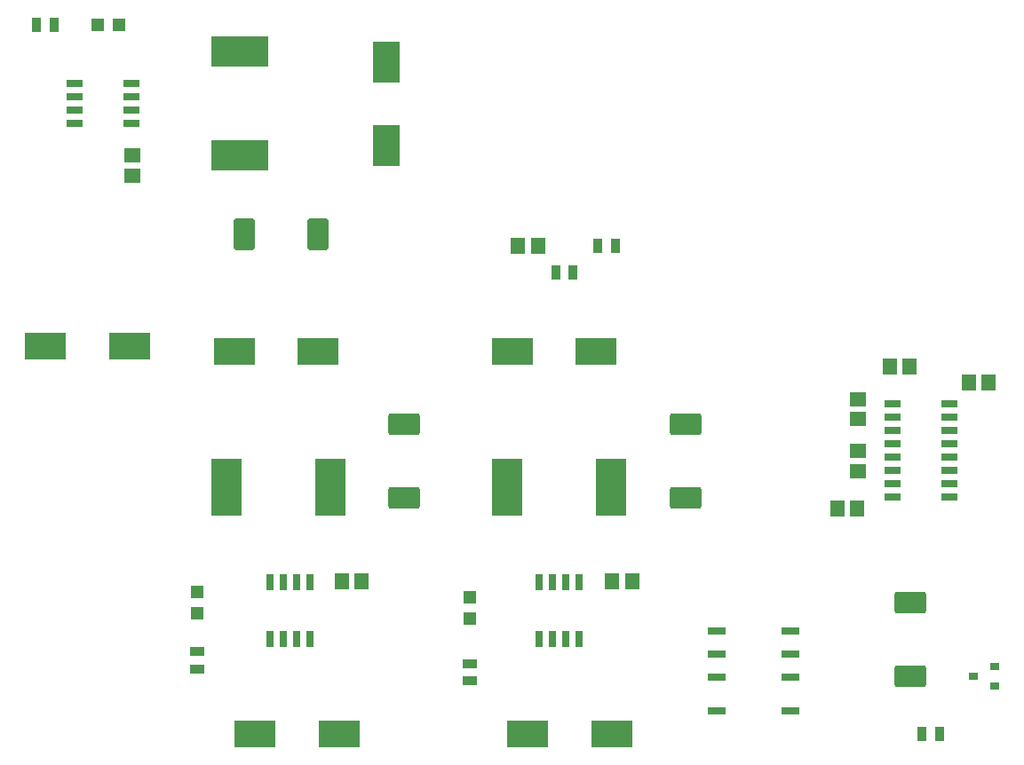
<source format=gbr>
%TF.GenerationSoftware,Altium Limited,Altium Designer,25.6.2 (33)*%
G04 Layer_Color=8421504*
%FSLAX45Y45*%
%MOMM*%
%TF.SameCoordinates,A7DCC95B-C82A-44D7-B00A-882B20F37DA3*%
%TF.FilePolarity,Positive*%
%TF.FileFunction,Paste,Top*%
%TF.Part,Single*%
G01*
G75*
%TA.AperFunction,SMDPad,CuDef*%
%ADD10R,1.80000X0.80000*%
%ADD11R,1.35000X0.85000*%
%ADD12R,4.00000X2.50000*%
%ADD13R,0.65000X1.52500*%
%ADD14R,1.40000X1.50000*%
%ADD15R,1.52500X0.65000*%
%ADD16R,0.85000X1.35000*%
G04:AMPARAMS|DCode=17|XSize=2.07mm|YSize=3.01mm|CornerRadius=0.25875mm|HoleSize=0mm|Usage=FLASHONLY|Rotation=0.000|XOffset=0mm|YOffset=0mm|HoleType=Round|Shape=RoundedRectangle|*
%AMROUNDEDRECTD17*
21,1,2.07000,2.49250,0,0,0.0*
21,1,1.55250,3.01000,0,0,0.0*
1,1,0.51750,0.77625,-1.24625*
1,1,0.51750,-0.77625,-1.24625*
1,1,0.51750,-0.77625,1.24625*
1,1,0.51750,0.77625,1.24625*
%
%ADD17ROUNDEDRECTD17*%
%ADD18R,1.50000X1.40000*%
%ADD19R,2.50000X4.00000*%
G04:AMPARAMS|DCode=20|XSize=2.07mm|YSize=3.01mm|CornerRadius=0.25875mm|HoleSize=0mm|Usage=FLASHONLY|Rotation=90.000|XOffset=0mm|YOffset=0mm|HoleType=Round|Shape=RoundedRectangle|*
%AMROUNDEDRECTD20*
21,1,2.07000,2.49250,0,0,90.0*
21,1,1.55250,3.01000,0,0,90.0*
1,1,0.51750,1.24625,0.77625*
1,1,0.51750,1.24625,-0.77625*
1,1,0.51750,-1.24625,-0.77625*
1,1,0.51750,-1.24625,0.77625*
%
%ADD20ROUNDEDRECTD20*%
%ADD21R,0.90000X0.80000*%
%ADD22R,2.90000X5.40000*%
%ADD23R,1.20000X1.20000*%
%ADD24R,5.40000X2.90000*%
%ADD25R,1.20000X1.20000*%
D10*
X10750000Y5440000D02*
D03*
X10050000D02*
D03*
Y5120000D02*
D03*
X10750000D02*
D03*
Y5660000D02*
D03*
Y5880000D02*
D03*
X10050000D02*
D03*
Y5660000D02*
D03*
D11*
X5100000Y5517500D02*
D03*
X7700000Y5403807D02*
D03*
Y5568807D02*
D03*
X5100000Y5682500D02*
D03*
D12*
X3650000Y8600000D02*
D03*
X5650000Y4900000D02*
D03*
X6250000Y8550000D02*
D03*
X8250000Y4900000D02*
D03*
X8900000Y8550000D02*
D03*
X5450000Y8550000D02*
D03*
X4450000Y8600000D02*
D03*
X8100000Y8550000D02*
D03*
X9050000Y4900000D02*
D03*
X6450000D02*
D03*
D13*
X5920000Y5800000D02*
D03*
X6047000D02*
D03*
X6174000D02*
D03*
X5793000Y6342401D02*
D03*
Y5800000D02*
D03*
X8359500Y6342401D02*
D03*
X8486500Y5800000D02*
D03*
X8613500D02*
D03*
X8359500D02*
D03*
X8740500D02*
D03*
X5920000Y6342401D02*
D03*
X8613500D02*
D03*
X8486500D02*
D03*
X8740500D02*
D03*
X6047000D02*
D03*
X6174000D02*
D03*
D14*
X6665000Y6350000D02*
D03*
X9245000D02*
D03*
X11200001Y7049999D02*
D03*
X12645000Y8250000D02*
D03*
X11700001Y8399999D02*
D03*
X12455000Y8250000D02*
D03*
X11890001Y8399999D02*
D03*
X11390001Y7049999D02*
D03*
X8155000Y9550000D02*
D03*
X8345000D02*
D03*
X6475000Y6350000D02*
D03*
X9055000D02*
D03*
D15*
X3928800Y10973500D02*
D03*
Y10846500D02*
D03*
Y10719500D02*
D03*
Y11100500D02*
D03*
X4471200D02*
D03*
X12266200Y7917500D02*
D03*
Y8044500D02*
D03*
Y7790500D02*
D03*
Y7663500D02*
D03*
Y7536500D02*
D03*
Y7409500D02*
D03*
Y7282500D02*
D03*
Y7155500D02*
D03*
X11723800D02*
D03*
Y7282500D02*
D03*
Y7409500D02*
D03*
Y7536500D02*
D03*
Y7663500D02*
D03*
Y7790500D02*
D03*
Y7917500D02*
D03*
Y8044500D02*
D03*
X4471200Y10973500D02*
D03*
Y10846500D02*
D03*
Y10719500D02*
D03*
D16*
X3567500Y11660000D02*
D03*
X8517500Y9300000D02*
D03*
X12172879Y4895222D02*
D03*
X12007879D02*
D03*
X3732500Y11660000D02*
D03*
X9082500Y9550000D02*
D03*
X8917500D02*
D03*
X8682500Y9300000D02*
D03*
D17*
X6252500Y9660000D02*
D03*
X5547500D02*
D03*
D18*
X4477496Y10225585D02*
D03*
X11395000Y7405000D02*
D03*
Y7595000D02*
D03*
Y7899999D02*
D03*
Y8089999D02*
D03*
X4477496Y10415585D02*
D03*
D19*
X6900000Y10510000D02*
D03*
Y11310000D02*
D03*
D20*
X7070000Y7852500D02*
D03*
X9750000D02*
D03*
X11900000Y6152500D02*
D03*
Y5447500D02*
D03*
X9750000Y7147500D02*
D03*
X7070000D02*
D03*
D21*
X12700000Y5545000D02*
D03*
X12500000Y5450000D02*
D03*
X12700000Y5355000D02*
D03*
D22*
X5375000Y7250000D02*
D03*
X6365000D02*
D03*
X9044999D02*
D03*
X8054999D02*
D03*
D23*
X5100000Y6255000D02*
D03*
X7700000Y6205000D02*
D03*
Y5995000D02*
D03*
X5100000Y6045000D02*
D03*
D24*
X5500000Y11405000D02*
D03*
Y10415000D02*
D03*
D25*
X4355000Y11660000D02*
D03*
X4145000D02*
D03*
%TF.MD5,2802f0e50b2500a4fef1acbdd87a03a5*%
M02*

</source>
